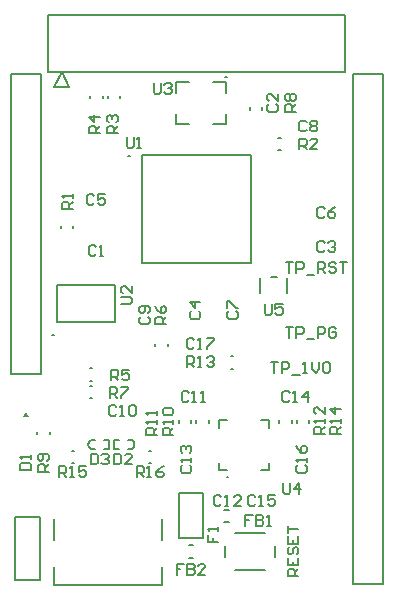
<source format=gto>
G04*
G04 #@! TF.GenerationSoftware,Altium Limited,Altium Designer,20.0.11 (256)*
G04*
G04 Layer_Color=65535*
%FSLAX25Y25*%
%MOIN*%
G70*
G01*
G75*
%ADD10C,0.00600*%
%ADD11C,0.00787*%
%ADD12C,0.00800*%
G36*
X4905Y56776D02*
X6905D01*
X5906Y58276D01*
X4905Y56776D01*
D02*
G37*
D10*
X41275Y45884D02*
X41916Y46525D01*
X42150Y47400D01*
X41916Y48275D01*
X41275Y48915D01*
X27725D02*
X27084Y48275D01*
X26850Y47400D01*
X27084Y46525D01*
X27725Y45884D01*
X73500Y36600D02*
X72900D01*
X73500D01*
X15438Y83858D02*
X14838D01*
X15438D01*
X40654Y143504D02*
X40054D01*
X40654D01*
X72938Y169902D02*
X72338D01*
X72938D01*
X57024Y16122D02*
X65024D01*
Y31122D01*
X57024D02*
X65024D01*
X57024Y16122D02*
Y31122D01*
X2400Y2400D02*
X10800D01*
Y23400D01*
X2400Y2400D02*
Y23400D01*
X10800D01*
X39925Y48915D02*
X41275D01*
X39925Y45884D02*
X41275D01*
X35400Y48900D02*
X36900D01*
X35400Y45900D02*
X36900D01*
X35400D02*
Y48900D01*
X27725Y45884D02*
X29075D01*
X27725Y48915D02*
X29075D01*
X32100Y45900D02*
X33600D01*
X32100Y48900D02*
X33600D01*
Y45900D02*
Y48900D01*
X49081Y80370D02*
Y81048D01*
X53281Y80370D02*
Y81048D01*
X27220Y72966D02*
X27898D01*
X27220Y68766D02*
X27898D01*
X27220Y62861D02*
X27898D01*
X27220Y67061D02*
X27898D01*
X74464Y72703D02*
X75142D01*
X74464Y76903D02*
X75142D01*
X60266Y9736D02*
X61781D01*
X60266Y13886D02*
X61781D01*
X72077Y21547D02*
X73592D01*
X72077Y25697D02*
X73592D01*
X75590Y18110D02*
X85827D01*
X75590Y5512D02*
X85827D01*
X72441Y10039D02*
Y13583D01*
X88976Y10039D02*
Y13583D01*
X13911Y50936D02*
Y51615D01*
X9711Y50936D02*
Y51615D01*
X87583Y103394D02*
X89583D01*
X84083Y97894D02*
Y102894D01*
X93083Y97894D02*
Y102894D01*
X21314Y41207D02*
X21993D01*
X21314Y45407D02*
X21993D01*
X46905D02*
X47583D01*
X46905Y41207D02*
X47583D01*
X96325Y54779D02*
Y55457D01*
X100525Y54779D02*
Y55457D01*
X67061Y54779D02*
Y55457D01*
X62861Y54779D02*
Y55457D01*
X56955Y54779D02*
Y55457D01*
X61155Y54779D02*
Y55457D01*
X70390Y38894D02*
Y41447D01*
Y55594D02*
X72943D01*
X87090Y53041D02*
Y55594D01*
X84537Y38894D02*
X87090D01*
X70390D02*
X72943D01*
X70390Y53041D02*
Y55594D01*
X84537D02*
X87090D01*
Y38894D02*
Y41447D01*
X90212Y145538D02*
X90890D01*
X90212Y149738D02*
X90890D01*
X80577Y159110D02*
Y159788D01*
X84777Y159110D02*
Y159788D01*
X21785Y119740D02*
Y120418D01*
X17585Y119740D02*
Y120418D01*
X16339Y88386D02*
X35630D01*
X16339Y100591D02*
X35630D01*
X16339Y88386D02*
Y100591D01*
X35630Y88386D02*
Y100591D01*
X37533Y163047D02*
Y163725D01*
X33333Y163047D02*
Y163725D01*
X31628Y163047D02*
Y163725D01*
X27428Y163047D02*
Y163725D01*
X94620Y54779D02*
Y55457D01*
X90420Y54779D02*
Y55457D01*
X44882Y107874D02*
X81102D01*
X44882Y144095D02*
X81102D01*
Y107874D02*
Y144095D01*
X44882Y107874D02*
Y144095D01*
X56102Y168307D02*
X60236D01*
X68504D02*
X72638D01*
X56102Y154134D02*
X60236D01*
X68504D02*
X72638D01*
X56102D02*
Y157677D01*
Y164764D02*
Y168307D01*
X72638Y154134D02*
Y157677D01*
Y164764D02*
Y168307D01*
X51465Y685D02*
Y6685D01*
X15465Y685D02*
X51465D01*
X15465D02*
Y6685D01*
Y15685D02*
Y22685D01*
X51465Y15685D02*
Y22685D01*
X112492Y171602D02*
Y190602D01*
X13492Y171602D02*
X112492D01*
X13492D02*
Y190602D01*
X112492D01*
X15492Y166602D02*
X17992Y171602D01*
X15492Y166602D02*
X20492D01*
X17992Y171602D02*
X20492Y166602D01*
D11*
X905Y78405D02*
Y170905D01*
Y70906D02*
Y78405D01*
Y70906D02*
X10905D01*
Y170905D01*
X905D02*
X10905D01*
X125079Y905D02*
Y163406D01*
Y170905D01*
X115079D02*
X125079D01*
X115079Y905D02*
Y170905D01*
Y905D02*
X125079D01*
D12*
X66601Y17400D02*
Y15001D01*
X68400D01*
Y16200D01*
Y15001D01*
X70199D01*
Y18600D02*
Y19799D01*
Y19199D01*
X66601D01*
X67200Y18600D01*
X27601Y44399D02*
Y40801D01*
X29400D01*
X30000Y41400D01*
Y43800D01*
X29400Y44399D01*
X27601D01*
X31200Y43800D02*
X31800Y44399D01*
X32999D01*
X33599Y43800D01*
Y43200D01*
X32999Y42600D01*
X32399D01*
X32999D01*
X33599Y42000D01*
Y41400D01*
X32999Y40801D01*
X31800D01*
X31200Y41400D01*
X35401Y44399D02*
Y40801D01*
X37200D01*
X37800Y41400D01*
Y43800D01*
X37200Y44399D01*
X35401D01*
X41399Y40801D02*
X39000D01*
X41399Y43200D01*
Y43800D01*
X40799Y44399D01*
X39600D01*
X39000Y43800D01*
X85584Y94319D02*
Y91320D01*
X86184Y90720D01*
X87383D01*
X87983Y91320D01*
Y94319D01*
X91582D02*
X89183D01*
Y92520D01*
X90382Y93120D01*
X90982D01*
X91582Y92520D01*
Y91320D01*
X90982Y90720D01*
X89782D01*
X89183Y91320D01*
X91801Y34536D02*
Y31537D01*
X92401Y30938D01*
X93600D01*
X94200Y31537D01*
Y34536D01*
X97199Y30938D02*
Y34536D01*
X95400Y32737D01*
X97799D01*
X48601Y167999D02*
Y165000D01*
X49201Y164401D01*
X50400D01*
X51000Y165000D01*
Y167999D01*
X52200Y167400D02*
X52800Y167999D01*
X53999D01*
X54599Y167400D01*
Y166800D01*
X53999Y166200D01*
X53399D01*
X53999D01*
X54599Y165600D01*
Y165000D01*
X53999Y164401D01*
X52800D01*
X52200Y165000D01*
X37801Y94201D02*
X40800D01*
X41399Y94801D01*
Y96000D01*
X40800Y96600D01*
X37801D01*
X41399Y100199D02*
Y97800D01*
X39000Y100199D01*
X38400D01*
X37801Y99599D01*
Y98400D01*
X38400Y97800D01*
X39601Y149999D02*
Y147000D01*
X40201Y146401D01*
X41400D01*
X42000Y147000D01*
Y149999D01*
X43200Y146401D02*
X44399D01*
X43799D01*
Y149999D01*
X43200Y149400D01*
X92600Y86699D02*
X94999D01*
X93800D01*
Y83100D01*
X96199D02*
Y86699D01*
X97998D01*
X98598Y86099D01*
Y84900D01*
X97998Y84300D01*
X96199D01*
X99798Y82501D02*
X102197D01*
X103396Y83100D02*
Y86699D01*
X105196D01*
X105796Y86099D01*
Y84900D01*
X105196Y84300D01*
X103396D01*
X109395Y86099D02*
X108795Y86699D01*
X107595D01*
X106995Y86099D01*
Y83700D01*
X107595Y83100D01*
X108795D01*
X109395Y83700D01*
Y84900D01*
X108195D01*
X92600Y108299D02*
X94999D01*
X93800D01*
Y104701D01*
X96199D02*
Y108299D01*
X97998D01*
X98598Y107700D01*
Y106500D01*
X97998Y105900D01*
X96199D01*
X99798Y104101D02*
X102197D01*
X103396Y104701D02*
Y108299D01*
X105196D01*
X105796Y107700D01*
Y106500D01*
X105196Y105900D01*
X103396D01*
X104596D02*
X105796Y104701D01*
X109395Y107700D02*
X108795Y108299D01*
X107595D01*
X106995Y107700D01*
Y107100D01*
X107595Y106500D01*
X108795D01*
X109395Y105900D01*
Y105300D01*
X108795Y104701D01*
X107595D01*
X106995Y105300D01*
X110594Y108299D02*
X112993D01*
X111794D01*
Y104701D01*
X87647Y74934D02*
X90046D01*
X88847D01*
Y71335D01*
X91246D02*
Y74934D01*
X93045D01*
X93645Y74334D01*
Y73135D01*
X93045Y72535D01*
X91246D01*
X94845Y70735D02*
X97244D01*
X98444Y71335D02*
X99643D01*
X99043D01*
Y74934D01*
X98444Y74334D01*
X101443Y74934D02*
Y72535D01*
X102642Y71335D01*
X103842Y72535D01*
Y74934D01*
X105041Y74334D02*
X105641Y74934D01*
X106841D01*
X107441Y74334D01*
Y71935D01*
X106841Y71335D01*
X105641D01*
X105041Y71935D01*
Y74334D01*
X96862Y3603D02*
X93264D01*
Y5402D01*
X93863Y6002D01*
X95063D01*
X95663Y5402D01*
Y3603D01*
Y4802D02*
X96862Y6002D01*
X93264Y9601D02*
Y7202D01*
X96862D01*
Y9601D01*
X95063Y7202D02*
Y8401D01*
X93863Y13200D02*
X93264Y12600D01*
Y11400D01*
X93863Y10800D01*
X94463D01*
X95063Y11400D01*
Y12600D01*
X95663Y13200D01*
X96263D01*
X96862Y12600D01*
Y11400D01*
X96263Y10800D01*
X93264Y16798D02*
Y14399D01*
X96862D01*
Y16798D01*
X95063Y14399D02*
Y15599D01*
X93264Y17998D02*
Y20397D01*
Y19198D01*
X96862D01*
X42902Y36601D02*
Y40199D01*
X44701D01*
X45301Y39600D01*
Y38400D01*
X44701Y37800D01*
X42902D01*
X44101D02*
X45301Y36601D01*
X46500D02*
X47700D01*
X47100D01*
Y40199D01*
X46500Y39600D01*
X51899Y40199D02*
X50699Y39600D01*
X49499Y38400D01*
Y37200D01*
X50099Y36601D01*
X51299D01*
X51899Y37200D01*
Y37800D01*
X51299Y38400D01*
X49499D01*
X17101Y36601D02*
Y40199D01*
X18901D01*
X19501Y39600D01*
Y38400D01*
X18901Y37800D01*
X17101D01*
X18301D02*
X19501Y36601D01*
X20700D02*
X21900D01*
X21300D01*
Y40199D01*
X20700Y39600D01*
X26099Y40199D02*
X23699D01*
Y38400D01*
X24899Y39000D01*
X25499D01*
X26099Y38400D01*
Y37200D01*
X25499Y36601D01*
X24299D01*
X23699Y37200D01*
X110999Y51038D02*
X107401D01*
Y52838D01*
X108000Y53438D01*
X109200D01*
X109800Y52838D01*
Y51038D01*
Y52238D02*
X110999Y53438D01*
Y54637D02*
Y55837D01*
Y55237D01*
X107401D01*
X108000Y54637D01*
X110999Y59436D02*
X107401D01*
X109200Y57636D01*
Y60036D01*
X105599Y51038D02*
X102001D01*
Y52838D01*
X102600Y53438D01*
X103800D01*
X104400Y52838D01*
Y51038D01*
Y52238D02*
X105599Y53438D01*
Y54637D02*
Y55837D01*
Y55237D01*
X102001D01*
X102600Y54637D01*
X105599Y60036D02*
Y57636D01*
X103200Y60036D01*
X102600D01*
X102001Y59436D01*
Y58236D01*
X102600Y57636D01*
X49799Y50701D02*
X46201D01*
Y52501D01*
X46800Y53101D01*
X48000D01*
X48600Y52501D01*
Y50701D01*
Y51901D02*
X49799Y53101D01*
Y54300D02*
Y55500D01*
Y54900D01*
X46201D01*
X46800Y54300D01*
X49799Y57299D02*
Y58499D01*
Y57899D01*
X46201D01*
X46800Y57299D01*
X55199Y50701D02*
X51601D01*
Y52501D01*
X52200Y53101D01*
X53400D01*
X54000Y52501D01*
Y50701D01*
Y51901D02*
X55199Y53101D01*
Y54300D02*
Y55500D01*
Y54900D01*
X51601D01*
X52200Y54300D01*
Y57299D02*
X51601Y57899D01*
Y59099D01*
X52200Y59699D01*
X54600D01*
X55199Y59099D01*
Y57899D01*
X54600Y57299D01*
X52200D01*
X59702Y73201D02*
Y76799D01*
X61501D01*
X62101Y76200D01*
Y75000D01*
X61501Y74400D01*
X59702D01*
X60901D02*
X62101Y73201D01*
X63300D02*
X64500D01*
X63900D01*
Y76799D01*
X63300Y76200D01*
X66299D02*
X66899Y76799D01*
X68099D01*
X68699Y76200D01*
Y75600D01*
X68099Y75000D01*
X67499D01*
X68099D01*
X68699Y74400D01*
Y73800D01*
X68099Y73201D01*
X66899D01*
X66299Y73800D01*
X13610Y38434D02*
X10012D01*
Y40233D01*
X10611Y40833D01*
X11811D01*
X12411Y40233D01*
Y38434D01*
Y39634D02*
X13610Y40833D01*
X13011Y42033D02*
X13610Y42633D01*
Y43832D01*
X13011Y44432D01*
X10611D01*
X10012Y43832D01*
Y42633D01*
X10611Y42033D01*
X11211D01*
X11811Y42633D01*
Y44432D01*
X95999Y158401D02*
X92401D01*
Y160200D01*
X93000Y160800D01*
X94200D01*
X94800Y160200D01*
Y158401D01*
Y159601D02*
X95999Y160800D01*
X93000Y162000D02*
X92401Y162600D01*
Y163799D01*
X93000Y164399D01*
X93600D01*
X94200Y163799D01*
X94800Y164399D01*
X95400D01*
X95999Y163799D01*
Y162600D01*
X95400Y162000D01*
X94800D01*
X94200Y162600D01*
X93600Y162000D01*
X93000D01*
X94200Y162600D02*
Y163799D01*
X34053Y63095D02*
Y66694D01*
X35852D01*
X36452Y66094D01*
Y64894D01*
X35852Y64295D01*
X34053D01*
X35253D02*
X36452Y63095D01*
X37652Y66694D02*
X40051D01*
Y66094D01*
X37652Y63695D01*
Y63095D01*
X52799Y87601D02*
X49201D01*
Y89400D01*
X49800Y90000D01*
X51000D01*
X51600Y89400D01*
Y87601D01*
Y88801D02*
X52799Y90000D01*
X49201Y93599D02*
X49800Y92399D01*
X51000Y91200D01*
X52200D01*
X52799Y91800D01*
Y92999D01*
X52200Y93599D01*
X51600D01*
X51000Y92999D01*
Y91200D01*
X34451Y68837D02*
Y72436D01*
X36251D01*
X36851Y71836D01*
Y70636D01*
X36251Y70036D01*
X34451D01*
X35651D02*
X36851Y68837D01*
X40449Y72436D02*
X38050D01*
Y70636D01*
X39250Y71236D01*
X39850D01*
X40449Y70636D01*
Y69437D01*
X39850Y68837D01*
X38650D01*
X38050Y69437D01*
X30599Y151201D02*
X27001D01*
Y153000D01*
X27600Y153600D01*
X28800D01*
X29400Y153000D01*
Y151201D01*
Y152401D02*
X30599Y153600D01*
Y156599D02*
X27001D01*
X28800Y154800D01*
Y157199D01*
X36599Y151201D02*
X33001D01*
Y153000D01*
X33600Y153600D01*
X34800D01*
X35400Y153000D01*
Y151201D01*
Y152401D02*
X36599Y153600D01*
X33600Y154800D02*
X33001Y155400D01*
Y156599D01*
X33600Y157199D01*
X34200D01*
X34800Y156599D01*
Y155999D01*
Y156599D01*
X35400Y157199D01*
X36000D01*
X36599Y156599D01*
Y155400D01*
X36000Y154800D01*
X97201Y145801D02*
Y149399D01*
X99000D01*
X99600Y148800D01*
Y147600D01*
X99000Y147000D01*
X97201D01*
X98401D02*
X99600Y145801D01*
X103199D02*
X100800D01*
X103199Y148200D01*
Y148800D01*
X102599Y149399D01*
X101400D01*
X100800Y148800D01*
X21599Y126001D02*
X18001D01*
Y127800D01*
X18600Y128400D01*
X19800D01*
X20400Y127800D01*
Y126001D01*
Y127200D02*
X21599Y128400D01*
Y129600D02*
Y130799D01*
Y130199D01*
X18001D01*
X18600Y129600D01*
X58624Y7705D02*
X56225D01*
Y5906D01*
X57425D01*
X56225D01*
Y4106D01*
X59824Y7705D02*
Y4106D01*
X61623D01*
X62223Y4706D01*
Y5306D01*
X61623Y5906D01*
X59824D01*
X61623D01*
X62223Y6505D01*
Y7105D01*
X61623Y7705D01*
X59824D01*
X65822Y4106D02*
X63423D01*
X65822Y6505D01*
Y7105D01*
X65222Y7705D01*
X64023D01*
X63423Y7105D01*
X81601Y23999D02*
X79201D01*
Y22200D01*
X80401D01*
X79201D01*
Y20401D01*
X82800Y23999D02*
Y20401D01*
X84600D01*
X85199Y21000D01*
Y21600D01*
X84600Y22200D01*
X82800D01*
X84600D01*
X85199Y22800D01*
Y23400D01*
X84600Y23999D01*
X82800D01*
X86399Y20401D02*
X87599D01*
X86999D01*
Y23999D01*
X86399Y23400D01*
X4106Y39034D02*
X7705D01*
Y40833D01*
X7105Y41433D01*
X4706D01*
X4106Y40833D01*
Y39034D01*
X7705Y42633D02*
Y43832D01*
Y43233D01*
X4106D01*
X4706Y42633D01*
X96600Y40501D02*
X96001Y39901D01*
Y38701D01*
X96600Y38102D01*
X99000D01*
X99599Y38701D01*
Y39901D01*
X99000Y40501D01*
X99599Y41700D02*
Y42900D01*
Y42300D01*
X96001D01*
X96600Y41700D01*
X96001Y47099D02*
X96600Y45899D01*
X97800Y44699D01*
X99000D01*
X99599Y45299D01*
Y46499D01*
X99000Y47099D01*
X98400D01*
X97800Y46499D01*
Y44699D01*
X82501Y30000D02*
X81901Y30599D01*
X80701D01*
X80102Y30000D01*
Y27600D01*
X80701Y27001D01*
X81901D01*
X82501Y27600D01*
X83700Y27001D02*
X84900D01*
X84300D01*
Y30599D01*
X83700Y30000D01*
X89099Y30599D02*
X86699D01*
Y28800D01*
X87899Y29400D01*
X88499D01*
X89099Y28800D01*
Y27600D01*
X88499Y27001D01*
X87299D01*
X86699Y27600D01*
X93901Y64537D02*
X93301Y65136D01*
X92101D01*
X91501Y64537D01*
Y62137D01*
X92101Y61538D01*
X93301D01*
X93901Y62137D01*
X95100Y61538D02*
X96300D01*
X95700D01*
Y65136D01*
X95100Y64537D01*
X99899Y61538D02*
Y65136D01*
X98099Y63337D01*
X100499D01*
X58200Y40501D02*
X57601Y39901D01*
Y38701D01*
X58200Y38101D01*
X60600D01*
X61199Y38701D01*
Y39901D01*
X60600Y40501D01*
X61199Y41700D02*
Y42900D01*
Y42300D01*
X57601D01*
X58200Y41700D01*
Y44699D02*
X57601Y45299D01*
Y46499D01*
X58200Y47098D01*
X58800D01*
X59400Y46499D01*
Y45899D01*
Y46499D01*
X60000Y47098D01*
X60600D01*
X61199Y46499D01*
Y45299D01*
X60600Y44699D01*
X62101Y82200D02*
X61501Y82799D01*
X60301D01*
X59702Y82200D01*
Y79800D01*
X60301Y79201D01*
X61501D01*
X62101Y79800D01*
X63300Y79201D02*
X64500D01*
X63900D01*
Y82799D01*
X63300Y82200D01*
X66299Y82799D02*
X68699D01*
Y82200D01*
X66299Y79800D01*
Y79201D01*
X71101Y30000D02*
X70501Y30599D01*
X69301D01*
X68701Y30000D01*
Y27600D01*
X69301Y27001D01*
X70501D01*
X71101Y27600D01*
X72300Y27001D02*
X73500D01*
X72900D01*
Y30599D01*
X72300Y30000D01*
X77699Y27001D02*
X75299D01*
X77699Y29400D01*
Y30000D01*
X77099Y30599D01*
X75899D01*
X75299Y30000D01*
X60300Y64537D02*
X59701Y65136D01*
X58501D01*
X57901Y64537D01*
Y62137D01*
X58501Y61538D01*
X59701D01*
X60300Y62137D01*
X61500Y61538D02*
X62700D01*
X62100D01*
Y65136D01*
X61500Y64537D01*
X64499Y61538D02*
X65699D01*
X65099D01*
Y65136D01*
X64499Y64537D01*
X36153Y60094D02*
X35553Y60694D01*
X34353D01*
X33753Y60094D01*
Y57695D01*
X34353Y57095D01*
X35553D01*
X36153Y57695D01*
X37352Y57095D02*
X38552D01*
X37952D01*
Y60694D01*
X37352Y60094D01*
X40351D02*
X40951Y60694D01*
X42151D01*
X42750Y60094D01*
Y57695D01*
X42151Y57095D01*
X40951D01*
X40351Y57695D01*
Y60094D01*
X44400Y90000D02*
X43801Y89400D01*
Y88201D01*
X44400Y87601D01*
X46800D01*
X47399Y88201D01*
Y89400D01*
X46800Y90000D01*
Y91200D02*
X47399Y91800D01*
Y92999D01*
X46800Y93599D01*
X44400D01*
X43801Y92999D01*
Y91800D01*
X44400Y91200D01*
X45000D01*
X45600Y91800D01*
Y93599D01*
X99600Y154800D02*
X99000Y155399D01*
X97801D01*
X97201Y154800D01*
Y152400D01*
X97801Y151801D01*
X99000D01*
X99600Y152400D01*
X100800Y154800D02*
X101400Y155399D01*
X102599D01*
X103199Y154800D01*
Y154200D01*
X102599Y153600D01*
X103199Y153000D01*
Y152400D01*
X102599Y151801D01*
X101400D01*
X100800Y152400D01*
Y153000D01*
X101400Y153600D01*
X100800Y154200D01*
Y154800D01*
X101400Y153600D02*
X102599D01*
X73800Y91800D02*
X73201Y91200D01*
Y90001D01*
X73800Y89401D01*
X76200D01*
X76799Y90001D01*
Y91200D01*
X76200Y91800D01*
X73201Y93000D02*
Y95399D01*
X73800D01*
X76200Y93000D01*
X76799D01*
X105600Y126000D02*
X105000Y126599D01*
X103801D01*
X103201Y126000D01*
Y123600D01*
X103801Y123001D01*
X105000D01*
X105600Y123600D01*
X109199Y126599D02*
X107999Y126000D01*
X106800Y124800D01*
Y123600D01*
X107400Y123001D01*
X108599D01*
X109199Y123600D01*
Y124200D01*
X108599Y124800D01*
X106800D01*
X28800Y130200D02*
X28200Y130799D01*
X27001D01*
X26401Y130200D01*
Y127800D01*
X27001Y127201D01*
X28200D01*
X28800Y127800D01*
X32399Y130799D02*
X30000D01*
Y129000D01*
X31199Y129600D01*
X31799D01*
X32399Y129000D01*
Y127800D01*
X31799Y127201D01*
X30600D01*
X30000Y127800D01*
X61200Y91800D02*
X60601Y91200D01*
Y90001D01*
X61200Y89401D01*
X63600D01*
X64199Y90001D01*
Y91200D01*
X63600Y91800D01*
X64199Y94799D02*
X60601D01*
X62400Y93000D01*
Y95399D01*
X105600Y114600D02*
X105000Y115199D01*
X103801D01*
X103201Y114600D01*
Y112200D01*
X103801Y111601D01*
X105000D01*
X105600Y112200D01*
X106800Y114600D02*
X107400Y115199D01*
X108599D01*
X109199Y114600D01*
Y114000D01*
X108599Y113400D01*
X107999D01*
X108599D01*
X109199Y112800D01*
Y112200D01*
X108599Y111601D01*
X107400D01*
X106800Y112200D01*
X87000Y160800D02*
X86401Y160200D01*
Y159001D01*
X87000Y158401D01*
X89400D01*
X89999Y159001D01*
Y160200D01*
X89400Y160800D01*
X89999Y164399D02*
Y162000D01*
X87600Y164399D01*
X87000D01*
X86401Y163799D01*
Y162600D01*
X87000Y162000D01*
X29400Y113400D02*
X28800Y113999D01*
X27601D01*
X27001Y113400D01*
Y111000D01*
X27601Y110401D01*
X28800D01*
X29400Y111000D01*
X30600Y110401D02*
X31799D01*
X31199D01*
Y113999D01*
X30600Y113400D01*
M02*

</source>
